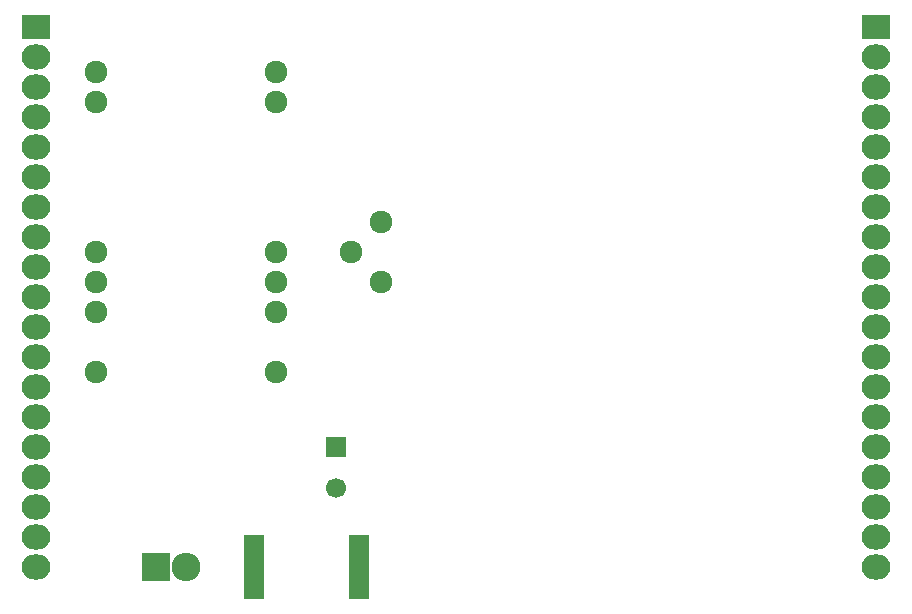
<source format=gbr>
G04 #@! TF.FileFunction,Soldermask,Bot*
%FSLAX46Y46*%
G04 Gerber Fmt 4.6, Leading zero omitted, Abs format (unit mm)*
G04 Created by KiCad (PCBNEW 4.0.3+e1-6302~38~ubuntu16.04.1-stable) date Fri Aug 26 17:08:26 2016*
%MOMM*%
%LPD*%
G01*
G04 APERTURE LIST*
%ADD10C,0.100000*%
%ADD11R,2.432000X2.432000*%
%ADD12O,2.432000X2.432000*%
%ADD13C,1.924000*%
%ADD14R,2.432000X2.127200*%
%ADD15O,2.432000X2.127200*%
%ADD16R,1.670000X5.480000*%
%ADD17C,1.700000*%
%ADD18R,1.700000X1.700000*%
G04 APERTURE END LIST*
D10*
D11*
X69850000Y-100330000D03*
D12*
X72390000Y-100330000D03*
D13*
X86360000Y-73660000D03*
X88900000Y-71120000D03*
X88900000Y-76200000D03*
X64770000Y-58420000D03*
X64770000Y-60960000D03*
X64770000Y-73660000D03*
X64770000Y-76200000D03*
X64770000Y-78740000D03*
X64770000Y-83820000D03*
X80010000Y-83820000D03*
X80010000Y-78740000D03*
X80010000Y-76200000D03*
X80010000Y-73660000D03*
X80010000Y-60960000D03*
X80010000Y-58420000D03*
D14*
X130810000Y-54610000D03*
D15*
X130810000Y-57150000D03*
X130810000Y-59690000D03*
X130810000Y-62230000D03*
X130810000Y-64770000D03*
X130810000Y-67310000D03*
X130810000Y-69850000D03*
X130810000Y-72390000D03*
X130810000Y-74930000D03*
X130810000Y-77470000D03*
X130810000Y-80010000D03*
X130810000Y-82550000D03*
X130810000Y-85090000D03*
X130810000Y-87630000D03*
X130810000Y-90170000D03*
X130810000Y-92710000D03*
X130810000Y-95250000D03*
X130810000Y-97790000D03*
X130810000Y-100330000D03*
D14*
X59690000Y-54610000D03*
D15*
X59690000Y-57150000D03*
X59690000Y-59690000D03*
X59690000Y-62230000D03*
X59690000Y-64770000D03*
X59690000Y-67310000D03*
X59690000Y-69850000D03*
X59690000Y-72390000D03*
X59690000Y-74930000D03*
X59690000Y-77470000D03*
X59690000Y-80010000D03*
X59690000Y-82550000D03*
X59690000Y-85090000D03*
X59690000Y-87630000D03*
X59690000Y-90170000D03*
X59690000Y-92710000D03*
X59690000Y-95250000D03*
X59690000Y-97790000D03*
X59690000Y-100330000D03*
D16*
X78105000Y-100330000D03*
X86995000Y-100330000D03*
D17*
X85090000Y-93670000D03*
D18*
X85090000Y-90170000D03*
M02*

</source>
